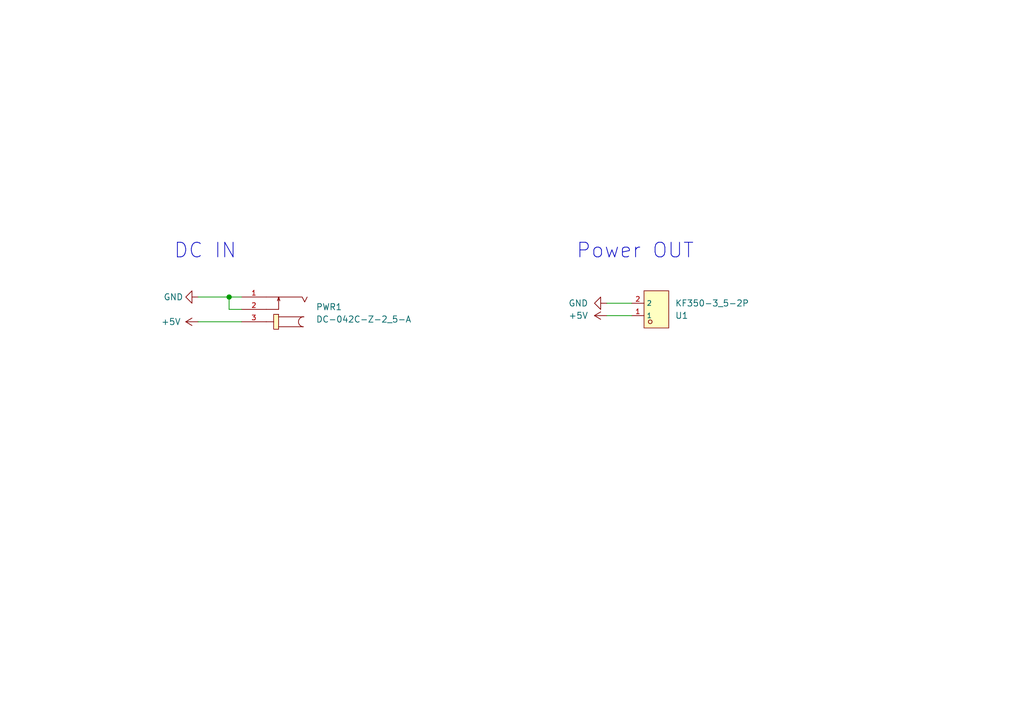
<source format=kicad_sch>
(kicad_sch (version 20211123) (generator eeschema)
  (paper "A5")
  (lib_symbols
    (symbol "LCSC:DC-042C-Z-2_5-A" (pin_names hide)
      (property "Reference" "PWR" (at 0 1.27 0))
      (property "Value" "DC-042C-Z-2_5-A" (at 0 -2.54 0))
      (property "LCSC #" "C706901" (at 0 0 0))
      (symbol "DC-042C-Z-2_5-A_0_0"
        (arc (start -7.7278 -13.7103) (mid -6.6097 -12.8078) (end -7.5122 -11.6897))
        (rectangle (start -2.54 -11.176) (end -1.524 -14.224) (fill (type background)))
        (polyline (pts (xy -2.54 -17.78) (xy -2.794 -17.018)))
        (polyline (pts (xy -2.54 -13.716) (xy -7.62 -13.716)))
        (polyline (pts (xy -2.54 -11.684) (xy -7.62 -11.684)))
        (polyline (pts (xy 0 -12.7) (xy -1.524 -12.7)))
        (polyline (pts (xy 0 -17.78) (xy -7.366 -17.78) (xy -7.874 -16.764) (xy -8.382 -17.78)))
        (polyline (pts (xy 0 -15.24) (xy -2.54 -15.24) (xy -2.54 -17.78) (xy -2.286 -17.018)))
        (pin unspecified line (at 5.08 -17.78 180) (length 5.08) (name "1") (number "1"))
        (pin unspecified line (at 5.08 -15.24 180) (length 5.08) (name "2") (number "2"))
        (pin unspecified line (at 5.08 -12.7 180) (length 5.08) (name "3") (number "3"))
      )
    )
    (symbol "MyParts:KF350-3_5-2P"
      (property "Reference" "U" (at 0 1.27 0))
      (property "Value" "KF350-3_5-2P" (at 0 -2.54 0))
      (symbol "KF350-3_5-2P_0_0"
        (rectangle (start -2.54 -8.89) (end 2.54 -16.51) (fill (type background)))
        (circle (center -1.27 -10.16) (radius 0.381) (fill (type background)))
        (pin unspecified line (at -5.08 -11.43 0) (length 2.54) (name "1") (number "1"))
        (pin unspecified line (at -5.08 -13.97 0) (length 2.54) (name "2") (number "2"))
      )
    )
    (symbol "power:+5V" (power) (pin_names (offset 0))
      (property "Value" "+5V" (at 0 3.556 0))
      (symbol "+5V_0_1"
        (polyline (pts (xy -0.762 1.27) (xy 0 2.54)))
        (polyline (pts (xy 0 0) (xy 0 2.54)))
        (polyline (pts (xy 0 2.54) (xy 0.762 1.27)))
      )
      (symbol "+5V_1_1"
        (pin power_in line (at 0 0 90) (length 0) hide (name "+5V") (number "1"))
      )
    )
    (symbol "power:GND" (power) (pin_names (offset 0))
      (property "Value" "GND" (at 0 -3.81 0))
      (symbol "GND_0_1"
        (polyline (pts (xy 0 0) (xy 0 -1.27) (xy 1.27 -1.27) (xy 0 -2.54) (xy -1.27 -1.27) (xy 0 -1.27)))
      )
      (symbol "GND_1_1"
        (pin power_in line (at 0 0 270) (length 0) hide (name "GND") (number "1"))
      )
    )
  )
  (junction (at 46.99 60.96))
  (wire (pts (xy 49.53 63.5) (xy 46.99 63.5)))
  (wire (pts (xy 40.64 66.04) (xy 49.53 66.04)))
  (wire (pts (xy 40.64 60.96) (xy 46.99 60.96)))
  (wire (pts (xy 46.99 63.5) (xy 46.99 60.96)))
  (wire (pts (xy 124.46 64.77) (xy 129.54 64.77)))
  (wire (pts (xy 124.46 62.23) (xy 129.54 62.23)))
  (wire (pts (xy 46.99 60.96) (xy 49.53 60.96)))
  (text "Power OUT" (at 118.11 53.34 0) (effects (font (size 3 3)) (justify left bottom)))
  (text "DC IN" (at 35.56 53.34 0) (effects (font (size 3 3)) (justify left bottom)))
  (symbol (lib_id "MyParts:KF350-3_5-2P") (at 134.62 76.2 0) (mirror x) (unit 1)
    (property "Reference" "U1" (at 138.43 64.7701 0) (effects (justify left)))
    (property "Value" "KF350-3_5-2P" (at 138.43 62.2301 0) (effects (justify left)))
    (property "Footprint" "footprint:CONN-TH_P3.50_KF350-3.5-2P" (effects hide))
    (property "Datasheet" "https://item.szlcsc.com/481510.html" (effects hide))
    (property "LCSC #" "C474892" (effects hide))
  )
  (symbol (lib_id "power:+5V") (at 40.64 66.04 90) (unit 1)
    (property "Reference" "#PWR0103" (effects hide))
    (property "Value" "+5V" (at 33.02 66.04 90) (effects (justify right)))
  )
  (symbol (lib_id "power:+5V") (at 124.46 64.77 90) (unit 1)
    (property "Reference" "#PWR0102" (effects hide))
    (property "Value" "+5V" (at 120.65 64.7699 90) (effects (justify left)))
  )
  (symbol (lib_id "power:GND") (at 124.46 62.23 270) (unit 1)
    (property "Reference" "#PWR0101" (effects hide))
    (property "Value" "GND" (at 120.65 62.2299 90) (effects (justify right)))
  )
  (symbol (lib_id "LCSC:DC-042C-Z-2_5-A") (at 54.61 78.74 180) (unit 1)
    (property "Reference" "PWR1" (at 64.77 62.9919 0) (effects (justify right)))
    (property "Value" "DC-042C-Z-2_5-A" (at 64.77 65.5319 0) (effects (justify right)))
    (property "Footprint" "footprint:DC-IN-TH_DC-042C-Z-2.5-A" (effects hide))
    (property "Datasheet" "https://item.szlcsc.com/744023.html" (effects hide))
    (property "LCSC #" "C706901" (effects hide))
  )
  (symbol (lib_id "power:GND") (at 40.64 60.96 270) (unit 1)
    (property "Reference" "#PWR0104" (effects hide))
    (property "Value" "GND" (at 35.56 60.96 90))
  )
)
</source>
